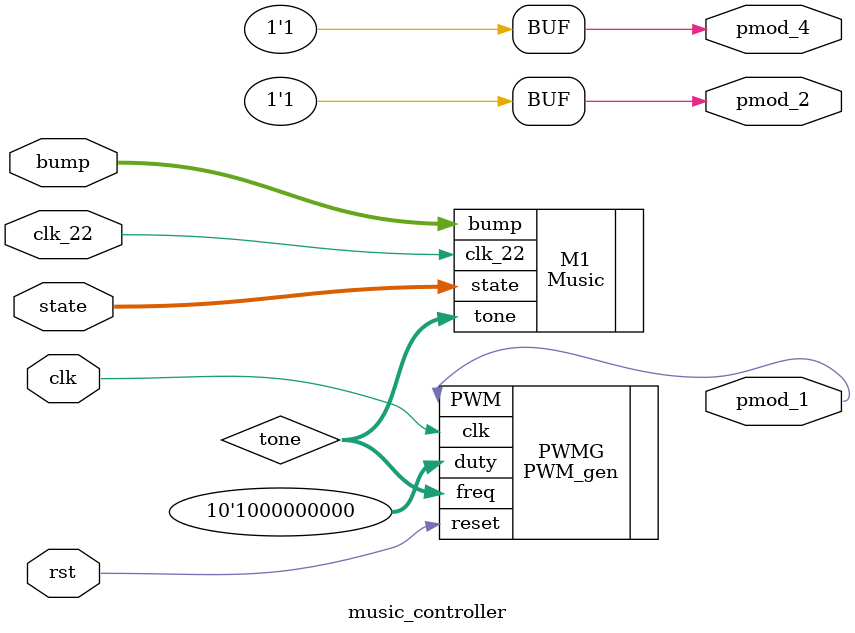
<source format=v>
`timescale 1ns / 1ps


module music_controller(
    input clk,
    input clk_22,
    input [2:0] state,
    input rst,
    input [2:0] bump,
    output pmod_1,
    output pmod_2,
    output pmod_4
    );
    wire [31:0] tone;
    assign pmod_2 = 1'd1;	//no gain(6dB)
    assign pmod_4 = 1'd1;	//turn-on
    Music M1( .clk_22(clk_22), .state(state), .bump(bump), .tone(tone));
    PWM_gen PWMG( .clk(clk), .reset(rst), .freq(tone), .duty(10'd512), .PWM(pmod_1));
    
endmodule

</source>
